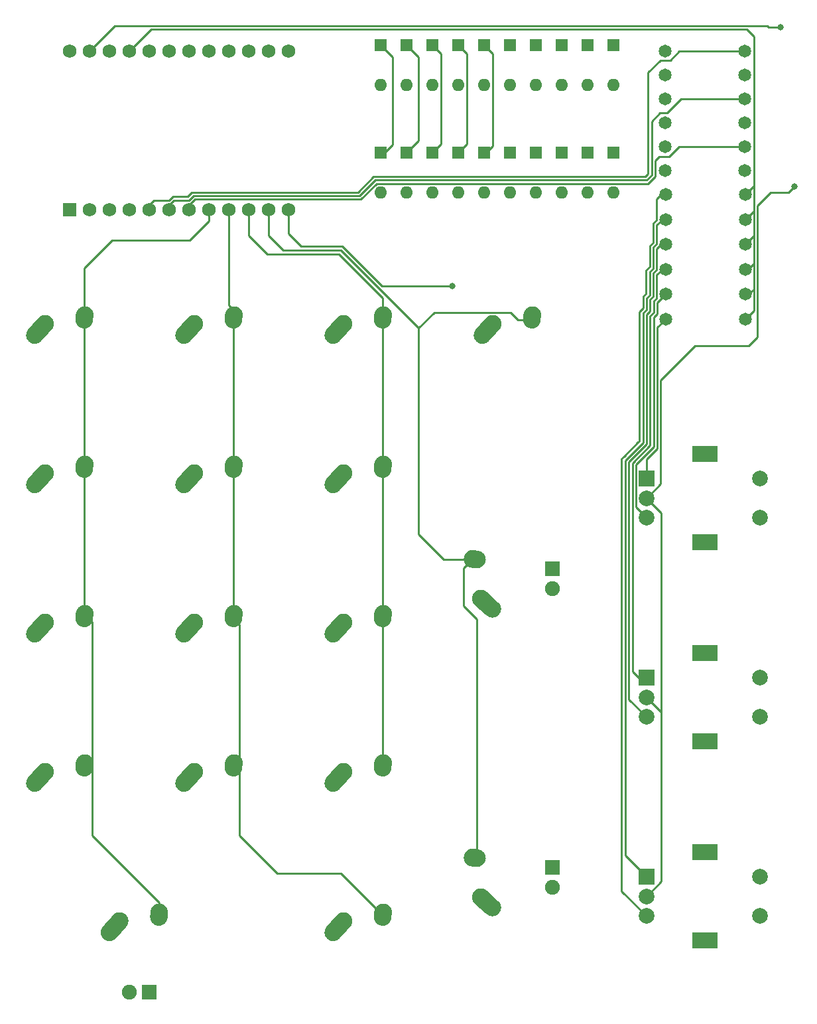
<source format=gbl>
%TF.GenerationSoftware,KiCad,Pcbnew,(5.1.10)-1*%
%TF.CreationDate,2021-10-28T11:13:53+08:00*%
%TF.ProjectId,EGPad,45475061-642e-46b6-9963-61645f706362,rev?*%
%TF.SameCoordinates,Original*%
%TF.FileFunction,Copper,L2,Bot*%
%TF.FilePolarity,Positive*%
%FSLAX46Y46*%
G04 Gerber Fmt 4.6, Leading zero omitted, Abs format (unit mm)*
G04 Created by KiCad (PCBNEW (5.1.10)-1) date 2021-10-28 11:13:53*
%MOMM*%
%LPD*%
G01*
G04 APERTURE LIST*
%TA.AperFunction,ComponentPad*%
%ADD10C,2.250000*%
%TD*%
%TA.AperFunction,ComponentPad*%
%ADD11C,1.905000*%
%TD*%
%TA.AperFunction,ComponentPad*%
%ADD12R,1.905000X1.905000*%
%TD*%
%TA.AperFunction,ComponentPad*%
%ADD13R,1.600000X1.600000*%
%TD*%
%TA.AperFunction,ComponentPad*%
%ADD14O,1.600000X1.600000*%
%TD*%
%TA.AperFunction,ComponentPad*%
%ADD15C,1.752600*%
%TD*%
%TA.AperFunction,ComponentPad*%
%ADD16R,1.752600X1.752600*%
%TD*%
%TA.AperFunction,ComponentPad*%
%ADD17C,2.000000*%
%TD*%
%TA.AperFunction,WasherPad*%
%ADD18R,3.200000X2.000000*%
%TD*%
%TA.AperFunction,ComponentPad*%
%ADD19R,2.000000X2.000000*%
%TD*%
%TA.AperFunction,ComponentPad*%
%ADD20C,1.651000*%
%TD*%
%TA.AperFunction,ViaPad*%
%ADD21C,0.800000*%
%TD*%
%TA.AperFunction,Conductor*%
%ADD22C,0.254000*%
%TD*%
G04 APERTURE END LIST*
D10*
%TO.P,MX15,2*%
%TO.N,Net-(D15-Pad2)*%
X157043750Y-69818750D03*
%TA.AperFunction,ComponentPad*%
G36*
G01*
X154980978Y-72114788D02*
X154980978Y-72114788D01*
G75*
G02*
X154897712Y-70525978I752772J836038D01*
G01*
X156210250Y-69068258D01*
G75*
G02*
X157799060Y-68984992I836038J-752772D01*
G01*
X157799060Y-68984992D01*
G75*
G02*
X157882326Y-70573802I-752772J-836038D01*
G01*
X156569788Y-72031522D01*
G75*
G02*
X154980978Y-72114788I-836038J752772D01*
G01*
G37*
%TD.AperFunction*%
%TO.P,MX15,1*%
%TO.N,COL4*%
X162083750Y-68738750D03*
%TA.AperFunction,ComponentPad*%
G36*
G01*
X161965274Y-70441010D02*
X161965274Y-70441010D01*
G75*
G02*
X160921490Y-69240274I78476J1122260D01*
G01*
X160962044Y-68660312D01*
G75*
G02*
X162162780Y-67616528I1122260J-78476D01*
G01*
X162162780Y-67616528D01*
G75*
G02*
X163206564Y-68817264I-78476J-1122260D01*
G01*
X163166010Y-69397226D01*
G75*
G02*
X161965274Y-70441010I-1122260J78476D01*
G01*
G37*
%TD.AperFunction*%
%TD*%
%TO.P,MX5,1*%
%TO.N,COL1*%
%TA.AperFunction,ComponentPad*%
G36*
G01*
X114340274Y-146641010D02*
X114340274Y-146641010D01*
G75*
G02*
X113296490Y-145440274I78476J1122260D01*
G01*
X113337044Y-144860312D01*
G75*
G02*
X114537780Y-143816528I1122260J-78476D01*
G01*
X114537780Y-143816528D01*
G75*
G02*
X115581564Y-145017264I-78476J-1122260D01*
G01*
X115541010Y-145597226D01*
G75*
G02*
X114340274Y-146641010I-1122260J78476D01*
G01*
G37*
%TD.AperFunction*%
X114458750Y-144938750D03*
%TO.P,MX5,2*%
%TO.N,Net-(D5-Pad2)*%
%TA.AperFunction,ComponentPad*%
G36*
G01*
X107355978Y-148314788D02*
X107355978Y-148314788D01*
G75*
G02*
X107272712Y-146725978I752772J836038D01*
G01*
X108585250Y-145268258D01*
G75*
G02*
X110174060Y-145184992I836038J-752772D01*
G01*
X110174060Y-145184992D01*
G75*
G02*
X110257326Y-146773802I-752772J-836038D01*
G01*
X108944788Y-148231522D01*
G75*
G02*
X107355978Y-148314788I-836038J752772D01*
G01*
G37*
%TD.AperFunction*%
X109418750Y-146018750D03*
D11*
%TO.P,MX5,3*%
%TO.N,N/C*%
X110648750Y-155098750D03*
D12*
%TO.P,MX5,4*%
X113188750Y-155098750D03*
%TD*%
%TO.P,MX17,1*%
%TO.N,COL4*%
%TA.AperFunction,ComponentPad*%
G36*
G01*
X156166010Y-138072226D02*
X156166010Y-138072226D01*
G75*
G02*
X154965274Y-139116010I-1122260J78476D01*
G01*
X154385312Y-139075456D01*
G75*
G02*
X153341528Y-137874720I78476J1122260D01*
G01*
X153341528Y-137874720D01*
G75*
G02*
X154542264Y-136830936I1122260J-78476D01*
G01*
X155122226Y-136871490D01*
G75*
G02*
X156166010Y-138072226I-78476J-1122260D01*
G01*
G37*
%TD.AperFunction*%
D10*
X154463750Y-137953750D03*
%TO.P,MX17,2*%
%TO.N,Net-(D17-Pad2)*%
%TA.AperFunction,ComponentPad*%
G36*
G01*
X157839788Y-145056522D02*
X157839788Y-145056522D01*
G75*
G02*
X156250978Y-145139788I-836038J752772D01*
G01*
X154793258Y-143827250D01*
G75*
G02*
X154709992Y-142238440I752772J836038D01*
G01*
X154709992Y-142238440D01*
G75*
G02*
X156298802Y-142155174I836038J-752772D01*
G01*
X157756522Y-143467712D01*
G75*
G02*
X157839788Y-145056522I-752772J-836038D01*
G01*
G37*
%TD.AperFunction*%
X155543750Y-142993750D03*
D11*
%TO.P,MX17,3*%
%TO.N,N/C*%
X164623750Y-141763750D03*
D12*
%TO.P,MX17,4*%
X164623750Y-139223750D03*
%TD*%
%TO.P,MX16,1*%
%TO.N,COL4*%
%TA.AperFunction,ComponentPad*%
G36*
G01*
X156166010Y-99972226D02*
X156166010Y-99972226D01*
G75*
G02*
X154965274Y-101016010I-1122260J78476D01*
G01*
X154385312Y-100975456D01*
G75*
G02*
X153341528Y-99774720I78476J1122260D01*
G01*
X153341528Y-99774720D01*
G75*
G02*
X154542264Y-98730936I1122260J-78476D01*
G01*
X155122226Y-98771490D01*
G75*
G02*
X156166010Y-99972226I-78476J-1122260D01*
G01*
G37*
%TD.AperFunction*%
D10*
X154463750Y-99853750D03*
%TO.P,MX16,2*%
%TO.N,Net-(D16-Pad2)*%
%TA.AperFunction,ComponentPad*%
G36*
G01*
X157839788Y-106956522D02*
X157839788Y-106956522D01*
G75*
G02*
X156250978Y-107039788I-836038J752772D01*
G01*
X154793258Y-105727250D01*
G75*
G02*
X154709992Y-104138440I752772J836038D01*
G01*
X154709992Y-104138440D01*
G75*
G02*
X156298802Y-104055174I836038J-752772D01*
G01*
X157756522Y-105367712D01*
G75*
G02*
X157839788Y-106956522I-752772J-836038D01*
G01*
G37*
%TD.AperFunction*%
X155543750Y-104893750D03*
D11*
%TO.P,MX16,3*%
%TO.N,N/C*%
X164623750Y-103663750D03*
D12*
%TO.P,MX16,4*%
X164623750Y-101123750D03*
%TD*%
D10*
%TO.P,MX11,2*%
%TO.N,Net-(D11-Pad2)*%
X137993750Y-69818750D03*
%TA.AperFunction,ComponentPad*%
G36*
G01*
X135930978Y-72114788D02*
X135930978Y-72114788D01*
G75*
G02*
X135847712Y-70525978I752772J836038D01*
G01*
X137160250Y-69068258D01*
G75*
G02*
X138749060Y-68984992I836038J-752772D01*
G01*
X138749060Y-68984992D01*
G75*
G02*
X138832326Y-70573802I-752772J-836038D01*
G01*
X137519788Y-72031522D01*
G75*
G02*
X135930978Y-72114788I-836038J752772D01*
G01*
G37*
%TD.AperFunction*%
%TO.P,MX11,1*%
%TO.N,COL3*%
X143033750Y-68738750D03*
%TA.AperFunction,ComponentPad*%
G36*
G01*
X142915274Y-70441010D02*
X142915274Y-70441010D01*
G75*
G02*
X141871490Y-69240274I78476J1122260D01*
G01*
X141912044Y-68660312D01*
G75*
G02*
X143112780Y-67616528I1122260J-78476D01*
G01*
X143112780Y-67616528D01*
G75*
G02*
X144156564Y-68817264I-78476J-1122260D01*
G01*
X144116010Y-69397226D01*
G75*
G02*
X142915274Y-70441010I-1122260J78476D01*
G01*
G37*
%TD.AperFunction*%
%TD*%
%TO.P,MX8,2*%
%TO.N,Net-(D8-Pad2)*%
X118943750Y-107918750D03*
%TA.AperFunction,ComponentPad*%
G36*
G01*
X116880978Y-110214788D02*
X116880978Y-110214788D01*
G75*
G02*
X116797712Y-108625978I752772J836038D01*
G01*
X118110250Y-107168258D01*
G75*
G02*
X119699060Y-107084992I836038J-752772D01*
G01*
X119699060Y-107084992D01*
G75*
G02*
X119782326Y-108673802I-752772J-836038D01*
G01*
X118469788Y-110131522D01*
G75*
G02*
X116880978Y-110214788I-836038J752772D01*
G01*
G37*
%TD.AperFunction*%
%TO.P,MX8,1*%
%TO.N,COL2*%
X123983750Y-106838750D03*
%TA.AperFunction,ComponentPad*%
G36*
G01*
X123865274Y-108541010D02*
X123865274Y-108541010D01*
G75*
G02*
X122821490Y-107340274I78476J1122260D01*
G01*
X122862044Y-106760312D01*
G75*
G02*
X124062780Y-105716528I1122260J-78476D01*
G01*
X124062780Y-105716528D01*
G75*
G02*
X125106564Y-106917264I-78476J-1122260D01*
G01*
X125066010Y-107497226D01*
G75*
G02*
X123865274Y-108541010I-1122260J78476D01*
G01*
G37*
%TD.AperFunction*%
%TD*%
%TO.P,MX4,2*%
%TO.N,Net-(D4-Pad2)*%
X99893750Y-126968750D03*
%TA.AperFunction,ComponentPad*%
G36*
G01*
X97830978Y-129264788D02*
X97830978Y-129264788D01*
G75*
G02*
X97747712Y-127675978I752772J836038D01*
G01*
X99060250Y-126218258D01*
G75*
G02*
X100649060Y-126134992I836038J-752772D01*
G01*
X100649060Y-126134992D01*
G75*
G02*
X100732326Y-127723802I-752772J-836038D01*
G01*
X99419788Y-129181522D01*
G75*
G02*
X97830978Y-129264788I-836038J752772D01*
G01*
G37*
%TD.AperFunction*%
%TO.P,MX4,1*%
%TO.N,COL1*%
X104933750Y-125888750D03*
%TA.AperFunction,ComponentPad*%
G36*
G01*
X104815274Y-127591010D02*
X104815274Y-127591010D01*
G75*
G02*
X103771490Y-126390274I78476J1122260D01*
G01*
X103812044Y-125810312D01*
G75*
G02*
X105012780Y-124766528I1122260J-78476D01*
G01*
X105012780Y-124766528D01*
G75*
G02*
X106056564Y-125967264I-78476J-1122260D01*
G01*
X106016010Y-126547226D01*
G75*
G02*
X104815274Y-127591010I-1122260J78476D01*
G01*
G37*
%TD.AperFunction*%
%TD*%
%TO.P,MX14,2*%
%TO.N,Net-(D14-Pad2)*%
X137993750Y-126968750D03*
%TA.AperFunction,ComponentPad*%
G36*
G01*
X135930978Y-129264788D02*
X135930978Y-129264788D01*
G75*
G02*
X135847712Y-127675978I752772J836038D01*
G01*
X137160250Y-126218258D01*
G75*
G02*
X138749060Y-126134992I836038J-752772D01*
G01*
X138749060Y-126134992D01*
G75*
G02*
X138832326Y-127723802I-752772J-836038D01*
G01*
X137519788Y-129181522D01*
G75*
G02*
X135930978Y-129264788I-836038J752772D01*
G01*
G37*
%TD.AperFunction*%
%TO.P,MX14,1*%
%TO.N,COL3*%
X143033750Y-125888750D03*
%TA.AperFunction,ComponentPad*%
G36*
G01*
X142915274Y-127591010D02*
X142915274Y-127591010D01*
G75*
G02*
X141871490Y-126390274I78476J1122260D01*
G01*
X141912044Y-125810312D01*
G75*
G02*
X143112780Y-124766528I1122260J-78476D01*
G01*
X143112780Y-124766528D01*
G75*
G02*
X144156564Y-125967264I-78476J-1122260D01*
G01*
X144116010Y-126547226D01*
G75*
G02*
X142915274Y-127591010I-1122260J78476D01*
G01*
G37*
%TD.AperFunction*%
%TD*%
%TO.P,MX13,2*%
%TO.N,Net-(D13-Pad2)*%
X137993750Y-107918750D03*
%TA.AperFunction,ComponentPad*%
G36*
G01*
X135930978Y-110214788D02*
X135930978Y-110214788D01*
G75*
G02*
X135847712Y-108625978I752772J836038D01*
G01*
X137160250Y-107168258D01*
G75*
G02*
X138749060Y-107084992I836038J-752772D01*
G01*
X138749060Y-107084992D01*
G75*
G02*
X138832326Y-108673802I-752772J-836038D01*
G01*
X137519788Y-110131522D01*
G75*
G02*
X135930978Y-110214788I-836038J752772D01*
G01*
G37*
%TD.AperFunction*%
%TO.P,MX13,1*%
%TO.N,COL3*%
X143033750Y-106838750D03*
%TA.AperFunction,ComponentPad*%
G36*
G01*
X142915274Y-108541010D02*
X142915274Y-108541010D01*
G75*
G02*
X141871490Y-107340274I78476J1122260D01*
G01*
X141912044Y-106760312D01*
G75*
G02*
X143112780Y-105716528I1122260J-78476D01*
G01*
X143112780Y-105716528D01*
G75*
G02*
X144156564Y-106917264I-78476J-1122260D01*
G01*
X144116010Y-107497226D01*
G75*
G02*
X142915274Y-108541010I-1122260J78476D01*
G01*
G37*
%TD.AperFunction*%
%TD*%
%TO.P,MX12,2*%
%TO.N,Net-(D12-Pad2)*%
X137993750Y-88868750D03*
%TA.AperFunction,ComponentPad*%
G36*
G01*
X135930978Y-91164788D02*
X135930978Y-91164788D01*
G75*
G02*
X135847712Y-89575978I752772J836038D01*
G01*
X137160250Y-88118258D01*
G75*
G02*
X138749060Y-88034992I836038J-752772D01*
G01*
X138749060Y-88034992D01*
G75*
G02*
X138832326Y-89623802I-752772J-836038D01*
G01*
X137519788Y-91081522D01*
G75*
G02*
X135930978Y-91164788I-836038J752772D01*
G01*
G37*
%TD.AperFunction*%
%TO.P,MX12,1*%
%TO.N,COL3*%
X143033750Y-87788750D03*
%TA.AperFunction,ComponentPad*%
G36*
G01*
X142915274Y-89491010D02*
X142915274Y-89491010D01*
G75*
G02*
X141871490Y-88290274I78476J1122260D01*
G01*
X141912044Y-87710312D01*
G75*
G02*
X143112780Y-86666528I1122260J-78476D01*
G01*
X143112780Y-86666528D01*
G75*
G02*
X144156564Y-87867264I-78476J-1122260D01*
G01*
X144116010Y-88447226D01*
G75*
G02*
X142915274Y-89491010I-1122260J78476D01*
G01*
G37*
%TD.AperFunction*%
%TD*%
%TO.P,MX10,2*%
%TO.N,Net-(D10-Pad2)*%
X137993750Y-146018750D03*
%TA.AperFunction,ComponentPad*%
G36*
G01*
X135930978Y-148314788D02*
X135930978Y-148314788D01*
G75*
G02*
X135847712Y-146725978I752772J836038D01*
G01*
X137160250Y-145268258D01*
G75*
G02*
X138749060Y-145184992I836038J-752772D01*
G01*
X138749060Y-145184992D01*
G75*
G02*
X138832326Y-146773802I-752772J-836038D01*
G01*
X137519788Y-148231522D01*
G75*
G02*
X135930978Y-148314788I-836038J752772D01*
G01*
G37*
%TD.AperFunction*%
%TO.P,MX10,1*%
%TO.N,COL2*%
X143033750Y-144938750D03*
%TA.AperFunction,ComponentPad*%
G36*
G01*
X142915274Y-146641010D02*
X142915274Y-146641010D01*
G75*
G02*
X141871490Y-145440274I78476J1122260D01*
G01*
X141912044Y-144860312D01*
G75*
G02*
X143112780Y-143816528I1122260J-78476D01*
G01*
X143112780Y-143816528D01*
G75*
G02*
X144156564Y-145017264I-78476J-1122260D01*
G01*
X144116010Y-145597226D01*
G75*
G02*
X142915274Y-146641010I-1122260J78476D01*
G01*
G37*
%TD.AperFunction*%
%TD*%
%TO.P,MX9,2*%
%TO.N,Net-(D9-Pad2)*%
X118943750Y-126968750D03*
%TA.AperFunction,ComponentPad*%
G36*
G01*
X116880978Y-129264788D02*
X116880978Y-129264788D01*
G75*
G02*
X116797712Y-127675978I752772J836038D01*
G01*
X118110250Y-126218258D01*
G75*
G02*
X119699060Y-126134992I836038J-752772D01*
G01*
X119699060Y-126134992D01*
G75*
G02*
X119782326Y-127723802I-752772J-836038D01*
G01*
X118469788Y-129181522D01*
G75*
G02*
X116880978Y-129264788I-836038J752772D01*
G01*
G37*
%TD.AperFunction*%
%TO.P,MX9,1*%
%TO.N,COL2*%
X123983750Y-125888750D03*
%TA.AperFunction,ComponentPad*%
G36*
G01*
X123865274Y-127591010D02*
X123865274Y-127591010D01*
G75*
G02*
X122821490Y-126390274I78476J1122260D01*
G01*
X122862044Y-125810312D01*
G75*
G02*
X124062780Y-124766528I1122260J-78476D01*
G01*
X124062780Y-124766528D01*
G75*
G02*
X125106564Y-125967264I-78476J-1122260D01*
G01*
X125066010Y-126547226D01*
G75*
G02*
X123865274Y-127591010I-1122260J78476D01*
G01*
G37*
%TD.AperFunction*%
%TD*%
%TO.P,MX7,2*%
%TO.N,Net-(D7-Pad2)*%
X118943750Y-88868750D03*
%TA.AperFunction,ComponentPad*%
G36*
G01*
X116880978Y-91164788D02*
X116880978Y-91164788D01*
G75*
G02*
X116797712Y-89575978I752772J836038D01*
G01*
X118110250Y-88118258D01*
G75*
G02*
X119699060Y-88034992I836038J-752772D01*
G01*
X119699060Y-88034992D01*
G75*
G02*
X119782326Y-89623802I-752772J-836038D01*
G01*
X118469788Y-91081522D01*
G75*
G02*
X116880978Y-91164788I-836038J752772D01*
G01*
G37*
%TD.AperFunction*%
%TO.P,MX7,1*%
%TO.N,COL2*%
X123983750Y-87788750D03*
%TA.AperFunction,ComponentPad*%
G36*
G01*
X123865274Y-89491010D02*
X123865274Y-89491010D01*
G75*
G02*
X122821490Y-88290274I78476J1122260D01*
G01*
X122862044Y-87710312D01*
G75*
G02*
X124062780Y-86666528I1122260J-78476D01*
G01*
X124062780Y-86666528D01*
G75*
G02*
X125106564Y-87867264I-78476J-1122260D01*
G01*
X125066010Y-88447226D01*
G75*
G02*
X123865274Y-89491010I-1122260J78476D01*
G01*
G37*
%TD.AperFunction*%
%TD*%
%TO.P,MX6,2*%
%TO.N,Net-(D6-Pad2)*%
X118943750Y-69818750D03*
%TA.AperFunction,ComponentPad*%
G36*
G01*
X116880978Y-72114788D02*
X116880978Y-72114788D01*
G75*
G02*
X116797712Y-70525978I752772J836038D01*
G01*
X118110250Y-69068258D01*
G75*
G02*
X119699060Y-68984992I836038J-752772D01*
G01*
X119699060Y-68984992D01*
G75*
G02*
X119782326Y-70573802I-752772J-836038D01*
G01*
X118469788Y-72031522D01*
G75*
G02*
X116880978Y-72114788I-836038J752772D01*
G01*
G37*
%TD.AperFunction*%
%TO.P,MX6,1*%
%TO.N,COL2*%
X123983750Y-68738750D03*
%TA.AperFunction,ComponentPad*%
G36*
G01*
X123865274Y-70441010D02*
X123865274Y-70441010D01*
G75*
G02*
X122821490Y-69240274I78476J1122260D01*
G01*
X122862044Y-68660312D01*
G75*
G02*
X124062780Y-67616528I1122260J-78476D01*
G01*
X124062780Y-67616528D01*
G75*
G02*
X125106564Y-68817264I-78476J-1122260D01*
G01*
X125066010Y-69397226D01*
G75*
G02*
X123865274Y-70441010I-1122260J78476D01*
G01*
G37*
%TD.AperFunction*%
%TD*%
%TO.P,MX3,2*%
%TO.N,Net-(D3-Pad2)*%
X99893750Y-107918750D03*
%TA.AperFunction,ComponentPad*%
G36*
G01*
X97830978Y-110214788D02*
X97830978Y-110214788D01*
G75*
G02*
X97747712Y-108625978I752772J836038D01*
G01*
X99060250Y-107168258D01*
G75*
G02*
X100649060Y-107084992I836038J-752772D01*
G01*
X100649060Y-107084992D01*
G75*
G02*
X100732326Y-108673802I-752772J-836038D01*
G01*
X99419788Y-110131522D01*
G75*
G02*
X97830978Y-110214788I-836038J752772D01*
G01*
G37*
%TD.AperFunction*%
%TO.P,MX3,1*%
%TO.N,COL1*%
X104933750Y-106838750D03*
%TA.AperFunction,ComponentPad*%
G36*
G01*
X104815274Y-108541010D02*
X104815274Y-108541010D01*
G75*
G02*
X103771490Y-107340274I78476J1122260D01*
G01*
X103812044Y-106760312D01*
G75*
G02*
X105012780Y-105716528I1122260J-78476D01*
G01*
X105012780Y-105716528D01*
G75*
G02*
X106056564Y-106917264I-78476J-1122260D01*
G01*
X106016010Y-107497226D01*
G75*
G02*
X104815274Y-108541010I-1122260J78476D01*
G01*
G37*
%TD.AperFunction*%
%TD*%
%TO.P,MX2,2*%
%TO.N,Net-(D2-Pad2)*%
X99893750Y-88868750D03*
%TA.AperFunction,ComponentPad*%
G36*
G01*
X97830978Y-91164788D02*
X97830978Y-91164788D01*
G75*
G02*
X97747712Y-89575978I752772J836038D01*
G01*
X99060250Y-88118258D01*
G75*
G02*
X100649060Y-88034992I836038J-752772D01*
G01*
X100649060Y-88034992D01*
G75*
G02*
X100732326Y-89623802I-752772J-836038D01*
G01*
X99419788Y-91081522D01*
G75*
G02*
X97830978Y-91164788I-836038J752772D01*
G01*
G37*
%TD.AperFunction*%
%TO.P,MX2,1*%
%TO.N,COL1*%
X104933750Y-87788750D03*
%TA.AperFunction,ComponentPad*%
G36*
G01*
X104815274Y-89491010D02*
X104815274Y-89491010D01*
G75*
G02*
X103771490Y-88290274I78476J1122260D01*
G01*
X103812044Y-87710312D01*
G75*
G02*
X105012780Y-86666528I1122260J-78476D01*
G01*
X105012780Y-86666528D01*
G75*
G02*
X106056564Y-87867264I-78476J-1122260D01*
G01*
X106016010Y-88447226D01*
G75*
G02*
X104815274Y-89491010I-1122260J78476D01*
G01*
G37*
%TD.AperFunction*%
%TD*%
%TO.P,MX1,2*%
%TO.N,Net-(D1-Pad2)*%
X99893750Y-69818750D03*
%TA.AperFunction,ComponentPad*%
G36*
G01*
X97830978Y-72114788D02*
X97830978Y-72114788D01*
G75*
G02*
X97747712Y-70525978I752772J836038D01*
G01*
X99060250Y-69068258D01*
G75*
G02*
X100649060Y-68984992I836038J-752772D01*
G01*
X100649060Y-68984992D01*
G75*
G02*
X100732326Y-70573802I-752772J-836038D01*
G01*
X99419788Y-72031522D01*
G75*
G02*
X97830978Y-72114788I-836038J752772D01*
G01*
G37*
%TD.AperFunction*%
%TO.P,MX1,1*%
%TO.N,COL1*%
X104933750Y-68738750D03*
%TA.AperFunction,ComponentPad*%
G36*
G01*
X104815274Y-70441010D02*
X104815274Y-70441010D01*
G75*
G02*
X103771490Y-69240274I78476J1122260D01*
G01*
X103812044Y-68660312D01*
G75*
G02*
X105012780Y-67616528I1122260J-78476D01*
G01*
X105012780Y-67616528D01*
G75*
G02*
X106056564Y-68817264I-78476J-1122260D01*
G01*
X106016010Y-69397226D01*
G75*
G02*
X104815274Y-70441010I-1122260J78476D01*
G01*
G37*
%TD.AperFunction*%
%TD*%
D13*
%TO.P,D20,1*%
%TO.N,ROW3*%
X172466000Y-34290000D03*
D14*
%TO.P,D20,2*%
%TO.N,Net-(D20-Pad2)*%
X172466000Y-39370000D03*
%TD*%
D13*
%TO.P,D19,1*%
%TO.N,ROW2*%
X172466000Y-48006000D03*
D14*
%TO.P,D19,2*%
%TO.N,Net-(D19-Pad2)*%
X172466000Y-53086000D03*
%TD*%
D13*
%TO.P,D18,1*%
%TO.N,ROW1*%
X169164000Y-48006000D03*
D14*
%TO.P,D18,2*%
%TO.N,Net-(D18-Pad2)*%
X169164000Y-53086000D03*
%TD*%
D13*
%TO.P,D17,1*%
%TO.N,ROW3*%
X159258000Y-48006000D03*
D14*
%TO.P,D17,2*%
%TO.N,Net-(D17-Pad2)*%
X159258000Y-53086000D03*
%TD*%
D13*
%TO.P,D16,1*%
%TO.N,ROW2*%
X162560000Y-48006000D03*
D14*
%TO.P,D16,2*%
%TO.N,Net-(D16-Pad2)*%
X162560000Y-53086000D03*
%TD*%
D13*
%TO.P,D15,1*%
%TO.N,ROW1*%
X165862000Y-48006000D03*
D14*
%TO.P,D15,2*%
%TO.N,Net-(D15-Pad2)*%
X165862000Y-53086000D03*
%TD*%
%TO.P,D14,2*%
%TO.N,Net-(D14-Pad2)*%
X152654000Y-53086000D03*
D13*
%TO.P,D14,1*%
%TO.N,ROW4*%
X152654000Y-48006000D03*
%TD*%
%TO.P,D13,1*%
%TO.N,ROW3*%
X149352000Y-48006000D03*
D14*
%TO.P,D13,2*%
%TO.N,Net-(D13-Pad2)*%
X149352000Y-53086000D03*
%TD*%
D13*
%TO.P,D12,1*%
%TO.N,ROW2*%
X146050000Y-48006000D03*
D14*
%TO.P,D12,2*%
%TO.N,Net-(D12-Pad2)*%
X146050000Y-53086000D03*
%TD*%
D13*
%TO.P,D11,1*%
%TO.N,ROW1*%
X142748000Y-48006000D03*
D14*
%TO.P,D11,2*%
%TO.N,Net-(D11-Pad2)*%
X142748000Y-53086000D03*
%TD*%
D13*
%TO.P,D10,1*%
%TO.N,ROW5*%
X155956000Y-48006000D03*
D14*
%TO.P,D10,2*%
%TO.N,Net-(D10-Pad2)*%
X155956000Y-53086000D03*
%TD*%
D13*
%TO.P,D9,1*%
%TO.N,ROW4*%
X159258000Y-34290000D03*
D14*
%TO.P,D9,2*%
%TO.N,Net-(D9-Pad2)*%
X159258000Y-39370000D03*
%TD*%
D13*
%TO.P,D8,1*%
%TO.N,ROW3*%
X162560000Y-34290000D03*
D14*
%TO.P,D8,2*%
%TO.N,Net-(D8-Pad2)*%
X162560000Y-39370000D03*
%TD*%
D13*
%TO.P,D7,1*%
%TO.N,ROW2*%
X165862000Y-34290000D03*
D14*
%TO.P,D7,2*%
%TO.N,Net-(D7-Pad2)*%
X165862000Y-39370000D03*
%TD*%
D13*
%TO.P,D6,1*%
%TO.N,ROW1*%
X169164000Y-34290000D03*
D14*
%TO.P,D6,2*%
%TO.N,Net-(D6-Pad2)*%
X169164000Y-39370000D03*
%TD*%
D13*
%TO.P,D5,1*%
%TO.N,ROW5*%
X155956000Y-34290000D03*
D14*
%TO.P,D5,2*%
%TO.N,Net-(D5-Pad2)*%
X155956000Y-39370000D03*
%TD*%
D13*
%TO.P,D4,1*%
%TO.N,ROW4*%
X152654000Y-34290000D03*
D14*
%TO.P,D4,2*%
%TO.N,Net-(D4-Pad2)*%
X152654000Y-39370000D03*
%TD*%
D13*
%TO.P,D3,1*%
%TO.N,ROW3*%
X149352000Y-34290000D03*
D14*
%TO.P,D3,2*%
%TO.N,Net-(D3-Pad2)*%
X149352000Y-39370000D03*
%TD*%
D13*
%TO.P,D2,1*%
%TO.N,ROW2*%
X146050000Y-34290000D03*
D14*
%TO.P,D2,2*%
%TO.N,Net-(D2-Pad2)*%
X146050000Y-39370000D03*
%TD*%
D13*
%TO.P,D1,1*%
%TO.N,ROW1*%
X142748000Y-34290000D03*
D14*
%TO.P,D1,2*%
%TO.N,Net-(D1-Pad2)*%
X142748000Y-39370000D03*
%TD*%
D15*
%TO.P,U1,24*%
%TO.N,Net-(U1-Pad24)*%
X103033610Y-35040202D03*
%TO.P,U1,12*%
%TO.N,COL5*%
X130973610Y-55280202D03*
%TO.P,U1,23*%
%TO.N,GND*%
X105573610Y-35040202D03*
%TO.P,U1,22*%
%TO.N,Net-(U1-Pad22)*%
X108113610Y-35040202D03*
%TO.P,U1,21*%
%TO.N,VCC*%
X110653610Y-35040202D03*
%TO.P,U1,20*%
%TO.N,B1*%
X113193610Y-35040202D03*
%TO.P,U1,19*%
%TO.N,B2*%
X115733610Y-35040202D03*
%TO.P,U1,18*%
%TO.N,B3*%
X118273610Y-35040202D03*
%TO.P,U1,17*%
%TO.N,ROW5*%
X120813610Y-35040202D03*
%TO.P,U1,16*%
%TO.N,ROW4*%
X123353610Y-35040202D03*
%TO.P,U1,15*%
%TO.N,ROW3*%
X125893610Y-35040202D03*
%TO.P,U1,14*%
%TO.N,ROW2*%
X128433610Y-35040202D03*
%TO.P,U1,13*%
%TO.N,ROW1*%
X130973610Y-35040202D03*
%TO.P,U1,11*%
%TO.N,COL4*%
X128433610Y-55280202D03*
%TO.P,U1,10*%
%TO.N,COL3*%
X125893610Y-55280202D03*
%TO.P,U1,9*%
%TO.N,COL2*%
X123353610Y-55280202D03*
%TO.P,U1,8*%
%TO.N,COL1*%
X120813610Y-55280202D03*
%TO.P,U1,7*%
%TO.N,A3*%
X118273610Y-55280202D03*
%TO.P,U1,6*%
%TO.N,A2*%
X115733610Y-55280202D03*
%TO.P,U1,5*%
%TO.N,A1*%
X113193610Y-55280202D03*
%TO.P,U1,4*%
%TO.N,Net-(U1-Pad4)*%
X110653610Y-55280202D03*
%TO.P,U1,3*%
%TO.N,Net-(U1-Pad3)*%
X108113610Y-55280202D03*
%TO.P,U1,2*%
%TO.N,Net-(U1-Pad2)*%
X105573610Y-55280202D03*
D16*
%TO.P,U1,1*%
%TO.N,Net-(U1-Pad1)*%
X103033610Y-55280202D03*
%TD*%
D17*
%TO.P,SW3,S1*%
%TO.N,COL5*%
X191150000Y-145375000D03*
%TO.P,SW3,S2*%
%TO.N,Net-(D20-Pad2)*%
X191150000Y-140375000D03*
D18*
%TO.P,SW3,*%
%TO.N,*%
X184150000Y-148475000D03*
X184150000Y-137275000D03*
D17*
%TO.P,SW3,B*%
%TO.N,Net-(R12-Pad2)*%
X176650000Y-145375000D03*
%TO.P,SW3,C*%
%TO.N,GND*%
X176650000Y-142875000D03*
D19*
%TO.P,SW3,A*%
%TO.N,Net-(R11-Pad2)*%
X176650000Y-140375000D03*
%TD*%
D17*
%TO.P,SW2,S1*%
%TO.N,COL5*%
X191150000Y-119975000D03*
%TO.P,SW2,S2*%
%TO.N,Net-(D19-Pad2)*%
X191150000Y-114975000D03*
D18*
%TO.P,SW2,*%
%TO.N,*%
X184150000Y-123075000D03*
X184150000Y-111875000D03*
D17*
%TO.P,SW2,B*%
%TO.N,Net-(R10-Pad2)*%
X176650000Y-119975000D03*
%TO.P,SW2,C*%
%TO.N,GND*%
X176650000Y-117475000D03*
D19*
%TO.P,SW2,A*%
%TO.N,Net-(R3-Pad2)*%
X176650000Y-114975000D03*
%TD*%
D17*
%TO.P,SW1,S1*%
%TO.N,COL5*%
X191150000Y-94575000D03*
%TO.P,SW1,S2*%
%TO.N,Net-(D18-Pad2)*%
X191150000Y-89575000D03*
D18*
%TO.P,SW1,*%
%TO.N,*%
X184150000Y-97675000D03*
X184150000Y-86475000D03*
D17*
%TO.P,SW1,B*%
%TO.N,Net-(R2-Pad2)*%
X176650000Y-94575000D03*
%TO.P,SW1,C*%
%TO.N,GND*%
X176650000Y-92075000D03*
D19*
%TO.P,SW1,A*%
%TO.N,Net-(R1-Pad2)*%
X176650000Y-89575000D03*
%TD*%
D20*
%TO.P,R12,1*%
%TO.N,VCC*%
X189293500Y-53340000D03*
%TO.P,R12,2*%
%TO.N,Net-(R12-Pad2)*%
X179133500Y-53340000D03*
%TD*%
%TO.P,R11,1*%
%TO.N,VCC*%
X189293500Y-56515000D03*
%TO.P,R11,2*%
%TO.N,Net-(R11-Pad2)*%
X179133500Y-56515000D03*
%TD*%
%TO.P,R10,1*%
%TO.N,VCC*%
X189293500Y-59690000D03*
%TO.P,R10,2*%
%TO.N,Net-(R10-Pad2)*%
X179133500Y-59690000D03*
%TD*%
%TO.P,R9,1*%
%TO.N,VCC*%
X189293500Y-62865000D03*
%TO.P,R9,2*%
%TO.N,Net-(R3-Pad2)*%
X179133500Y-62865000D03*
%TD*%
%TO.P,R8,1*%
%TO.N,VCC*%
X189293500Y-66040000D03*
%TO.P,R8,2*%
%TO.N,Net-(R2-Pad2)*%
X179133500Y-66040000D03*
%TD*%
%TO.P,R7,1*%
%TO.N,VCC*%
X189293500Y-69215000D03*
%TO.P,R7,2*%
%TO.N,Net-(R1-Pad2)*%
X179133500Y-69215000D03*
%TD*%
%TO.P,R6,1*%
%TO.N,B3*%
X189230000Y-50292000D03*
%TO.P,R6,2*%
%TO.N,Net-(R12-Pad2)*%
X179070000Y-50292000D03*
%TD*%
%TO.P,R5,1*%
%TO.N,A3*%
X189230000Y-47244000D03*
%TO.P,R5,2*%
%TO.N,Net-(R11-Pad2)*%
X179070000Y-47244000D03*
%TD*%
%TO.P,R4,1*%
%TO.N,B2*%
X189230000Y-44196000D03*
%TO.P,R4,2*%
%TO.N,Net-(R10-Pad2)*%
X179070000Y-44196000D03*
%TD*%
%TO.P,R3,1*%
%TO.N,A2*%
X189230000Y-41148000D03*
%TO.P,R3,2*%
%TO.N,Net-(R3-Pad2)*%
X179070000Y-41148000D03*
%TD*%
%TO.P,R2,1*%
%TO.N,B1*%
X189230000Y-38100000D03*
%TO.P,R2,2*%
%TO.N,Net-(R2-Pad2)*%
X179070000Y-38100000D03*
%TD*%
%TO.P,R1,1*%
%TO.N,A1*%
X189230000Y-35052000D03*
%TO.P,R1,2*%
%TO.N,Net-(R1-Pad2)*%
X179070000Y-35052000D03*
%TD*%
D21*
%TO.N,GND*%
X195580000Y-52324000D03*
X193802000Y-32004000D03*
%TO.N,COL5*%
X151892000Y-65024000D03*
%TD*%
D22*
%TO.N,ROW1*%
X142748000Y-48006000D02*
X143256000Y-48006000D01*
X143256000Y-48006000D02*
X144272000Y-46990000D01*
X144272000Y-35814000D02*
X142748000Y-34290000D01*
X144272000Y-46990000D02*
X144272000Y-35814000D01*
%TO.N,ROW2*%
X146050000Y-48006000D02*
X147574000Y-46482000D01*
X147574000Y-35814000D02*
X146050000Y-34290000D01*
X147574000Y-46482000D02*
X147574000Y-35814000D01*
%TO.N,ROW3*%
X150479001Y-35417001D02*
X149352000Y-34290000D01*
X150479001Y-46878999D02*
X150479001Y-35417001D01*
X149352000Y-48006000D02*
X150479001Y-46878999D01*
%TO.N,COL1*%
X114418750Y-145518750D02*
X114418750Y-143628750D01*
X114418750Y-143628750D02*
X105918000Y-135128000D01*
X105918000Y-126873000D02*
X104933750Y-125888750D01*
X105918000Y-107823000D02*
X104933750Y-106838750D01*
X105918000Y-127000000D02*
X105918000Y-107823000D01*
X105918000Y-135128000D02*
X105918000Y-127000000D01*
X105918000Y-127000000D02*
X105918000Y-126873000D01*
X104893750Y-87828750D02*
X104933750Y-87788750D01*
X104893750Y-107418750D02*
X104893750Y-87828750D01*
X104893750Y-68778750D02*
X104933750Y-68738750D01*
X104893750Y-88368750D02*
X104893750Y-68778750D01*
X104893750Y-69318750D02*
X104893750Y-62746250D01*
X104893750Y-62746250D02*
X108458000Y-59182000D01*
X108458000Y-59182000D02*
X118364000Y-59182000D01*
X120813610Y-56732390D02*
X120813610Y-55280202D01*
X118364000Y-59182000D02*
X120813610Y-56732390D01*
%TO.N,A1*%
X113193610Y-54700390D02*
X113193610Y-55280202D01*
X113817099Y-54076901D02*
X113193610Y-54700390D01*
X141830925Y-51050979D02*
X139831886Y-53050018D01*
X139831886Y-53050018D02*
X118639848Y-53050018D01*
X180848000Y-35052000D02*
X179695499Y-36204501D01*
X176891980Y-50677888D02*
X176518889Y-51050979D01*
X179695499Y-36204501D02*
X178425499Y-36204501D01*
X116197933Y-53594000D02*
X115715032Y-54076901D01*
X178425499Y-36204501D02*
X176891980Y-37738020D01*
X176891980Y-37738020D02*
X176891980Y-50677888D01*
X118095866Y-53594000D02*
X116197933Y-53594000D01*
X189230000Y-35052000D02*
X180848000Y-35052000D01*
X176518889Y-51050979D02*
X141830925Y-51050979D01*
X115715032Y-54076901D02*
X113817099Y-54076901D01*
X118639848Y-53050018D02*
X118095866Y-53594000D01*
%TO.N,GND*%
X192077990Y-31803990D02*
X108809822Y-31803990D01*
X189738000Y-72644000D02*
X190836511Y-71545489D01*
X182880000Y-72644000D02*
X189738000Y-72644000D01*
X178508010Y-77015990D02*
X182880000Y-72644000D01*
X178508010Y-90216990D02*
X178508010Y-77015990D01*
X108809822Y-31803990D02*
X105573610Y-35040202D01*
X190836511Y-71545489D02*
X190836511Y-55289489D01*
X176650000Y-92075000D02*
X178508010Y-90216990D01*
X190836511Y-55289489D02*
X190836511Y-54781489D01*
X190836511Y-54781489D02*
X192532000Y-53086000D01*
X192532000Y-53086000D02*
X194818000Y-53086000D01*
X194818000Y-53086000D02*
X195580000Y-52324000D01*
X195580000Y-52324000D02*
X195580000Y-52070000D01*
X192278000Y-32004000D02*
X192077990Y-31803990D01*
X193802000Y-32004000D02*
X192278000Y-32004000D01*
X176650000Y-142875000D02*
X178562000Y-140963000D01*
X178562000Y-119387000D02*
X176650000Y-117475000D01*
X178562000Y-140963000D02*
X178562000Y-119387000D01*
X178562000Y-93987000D02*
X176650000Y-92075000D01*
X178562000Y-119387000D02*
X178562000Y-93987000D01*
%TO.N,A2*%
X179324000Y-42926000D02*
X181102000Y-41148000D01*
X178415980Y-42926000D02*
X179324000Y-42926000D01*
X177345990Y-43995990D02*
X178415980Y-42926000D01*
X176706945Y-51504989D02*
X177345990Y-50865944D01*
X181102000Y-41148000D02*
X189230000Y-41148000D01*
X142018982Y-51504989D02*
X176706945Y-51504989D01*
X140019943Y-53504028D02*
X142018982Y-51504989D01*
X116357099Y-54076901D02*
X118255032Y-54076901D01*
X118255032Y-54076901D02*
X118827905Y-53504028D01*
X115733610Y-54700390D02*
X116357099Y-54076901D01*
X177345990Y-50865944D02*
X177345990Y-43995990D01*
X118827905Y-53504028D02*
X140019943Y-53504028D01*
X115733610Y-55280202D02*
X115733610Y-54700390D01*
%TO.N,A3*%
X119015962Y-53958038D02*
X118273610Y-54700390D01*
X142207039Y-51958999D02*
X140208000Y-53958038D01*
X176895001Y-51958999D02*
X142207039Y-51958999D01*
X177800000Y-51054000D02*
X176895001Y-51958999D01*
X177800000Y-49022000D02*
X177800000Y-51054000D01*
X118273610Y-54700390D02*
X118273610Y-55280202D01*
X140208000Y-53958038D02*
X119015962Y-53958038D01*
X178308000Y-48514000D02*
X177800000Y-49022000D01*
X180848000Y-47244000D02*
X179578000Y-48514000D01*
X179578000Y-48514000D02*
X178308000Y-48514000D01*
X189230000Y-47244000D02*
X180848000Y-47244000D01*
%TO.N,ROW4*%
X153781001Y-35417001D02*
X152654000Y-34290000D01*
X153781001Y-46878999D02*
X153781001Y-35417001D01*
X152654000Y-48006000D02*
X153781001Y-46878999D01*
%TO.N,ROW5*%
X155956000Y-48006000D02*
X156210000Y-48006000D01*
X157083001Y-35417001D02*
X155956000Y-34290000D01*
X157083001Y-47132999D02*
X157083001Y-35417001D01*
X156210000Y-48006000D02*
X157083001Y-47132999D01*
%TO.N,COL2*%
X142993750Y-145518750D02*
X142993750Y-145279750D01*
X142993750Y-145279750D02*
X137668000Y-139954000D01*
X137668000Y-139954000D02*
X129540000Y-139954000D01*
X129540000Y-139954000D02*
X124714000Y-135128000D01*
X124714000Y-126619000D02*
X123983750Y-125888750D01*
X124714000Y-108189000D02*
X123943750Y-107418750D01*
X124714000Y-127508000D02*
X124714000Y-108189000D01*
X124714000Y-135128000D02*
X124714000Y-127508000D01*
X124714000Y-127508000D02*
X124714000Y-126619000D01*
X123943750Y-107418750D02*
X123943750Y-88368750D01*
X123943750Y-88368750D02*
X123943750Y-69318750D01*
X123943750Y-69318750D02*
X123943750Y-68063750D01*
X123353610Y-67473610D02*
X123353610Y-55280202D01*
X123943750Y-68063750D02*
X123353610Y-67473610D01*
%TO.N,COL3*%
X142993750Y-69318750D02*
X142993750Y-66539750D01*
X142993750Y-66539750D02*
X137414000Y-60960000D01*
X137414000Y-60960000D02*
X128270000Y-60960000D01*
X125893610Y-58583610D02*
X125893610Y-55280202D01*
X128270000Y-60960000D02*
X125893610Y-58583610D01*
X142993750Y-126468750D02*
X142993750Y-107418750D01*
X142993750Y-107418750D02*
X142993750Y-88368750D01*
X142993750Y-68778750D02*
X143033750Y-68738750D01*
X142993750Y-88368750D02*
X142993750Y-68778750D01*
%TO.N,COL4*%
X155043750Y-137993750D02*
X155043750Y-107545750D01*
X153338751Y-100978749D02*
X154463750Y-99853750D01*
X153338751Y-105840751D02*
X153338751Y-100978749D01*
X155043750Y-107545750D02*
X153338751Y-105840751D01*
X162043750Y-69318750D02*
X162028750Y-69318750D01*
X128433610Y-58583610D02*
X128433610Y-55280202D01*
X130302000Y-60452000D02*
X128433610Y-58583610D01*
X137668000Y-60452000D02*
X130302000Y-60452000D01*
X147574000Y-70358000D02*
X137668000Y-60452000D01*
X147574000Y-96647962D02*
X147574000Y-70358000D01*
X150819788Y-99893750D02*
X147574000Y-96647962D01*
X155043750Y-99893750D02*
X150819788Y-99893750D01*
X162043750Y-69318750D02*
X160250750Y-69318750D01*
X149565251Y-68366749D02*
X147574000Y-70358000D01*
X159298749Y-68366749D02*
X149565251Y-68366749D01*
X160250750Y-69318750D02*
X159298749Y-68366749D01*
%TO.N,Net-(R1-Pad2)*%
X176650000Y-89575000D02*
X177125000Y-89575000D01*
X178054000Y-70294500D02*
X179133500Y-69215000D01*
X176650000Y-89575000D02*
X176650000Y-87136066D01*
X176650000Y-87136066D02*
X178054000Y-85732066D01*
X178054000Y-85732066D02*
X178054000Y-70294500D01*
%TO.N,Net-(R2-Pad2)*%
X175322999Y-93247999D02*
X175322999Y-87821001D01*
X176650000Y-94575000D02*
X175322999Y-93247999D01*
X177599990Y-85544010D02*
X177599990Y-69034010D01*
X175322999Y-87821001D02*
X177599990Y-85544010D01*
X177599990Y-69034010D02*
X178054000Y-68580000D01*
X178054000Y-67119500D02*
X179133500Y-66040000D01*
X178054000Y-68580000D02*
X178054000Y-67119500D01*
%TO.N,Net-(R3-Pad2)*%
X178689000Y-62865000D02*
X179133500Y-62865000D01*
X177980999Y-66550434D02*
X177980999Y-63573001D01*
X177599990Y-66931443D02*
X177980999Y-66550434D01*
X177145980Y-68845953D02*
X177599990Y-68391943D01*
X177145980Y-85355953D02*
X177145980Y-68845953D01*
X174868989Y-87632944D02*
X177145980Y-85355953D01*
X177599990Y-68391943D02*
X177599990Y-66931443D01*
X174868989Y-114162989D02*
X174868989Y-87632944D01*
X175681000Y-114975000D02*
X174868989Y-114162989D01*
X177980999Y-63573001D02*
X178689000Y-62865000D01*
X176650000Y-114975000D02*
X175681000Y-114975000D01*
%TO.N,Net-(R10-Pad2)*%
X176691970Y-85167897D02*
X174414979Y-87444888D01*
X176691970Y-68657896D02*
X176691970Y-85167897D01*
X177145980Y-68203886D02*
X176691970Y-68657896D01*
X174414979Y-87444888D02*
X174414979Y-117739979D01*
X177145980Y-66743386D02*
X177145980Y-68203886D01*
X177526989Y-66362377D02*
X177145980Y-66743386D01*
X177526989Y-63384944D02*
X177526989Y-66362377D01*
X177980999Y-60271001D02*
X177980999Y-62930935D01*
X174414979Y-117739979D02*
X176650000Y-119975000D01*
X178562000Y-59690000D02*
X177980999Y-60271001D01*
X177980999Y-62930935D02*
X177526989Y-63384944D01*
X179133500Y-59690000D02*
X178562000Y-59690000D01*
%TO.N,Net-(R11-Pad2)*%
X178689000Y-56515000D02*
X179133500Y-56515000D01*
X176650000Y-140375000D02*
X173960969Y-137685969D01*
X176237960Y-84979840D02*
X176237960Y-68469839D01*
X173960969Y-137685969D02*
X173960969Y-87256831D01*
X177072979Y-66174320D02*
X177072979Y-63196887D01*
X176237960Y-68469839D02*
X176691970Y-68015829D01*
X177526989Y-60082944D02*
X177980999Y-59628934D01*
X176691970Y-68015829D02*
X176691970Y-66555329D01*
X177072979Y-63196887D02*
X177526989Y-62742877D01*
X173960969Y-87256831D02*
X176237960Y-84979840D01*
X177526989Y-62742877D02*
X177526989Y-60082944D01*
X176691970Y-66555329D02*
X177072979Y-66174320D01*
X177980999Y-59628934D02*
X177980999Y-57223001D01*
X177980999Y-57223001D02*
X178689000Y-56515000D01*
%TO.N,Net-(R12-Pad2)*%
X179133500Y-53340000D02*
X178816000Y-53340000D01*
X176650000Y-145375000D02*
X173482000Y-142207000D01*
X173482000Y-142207000D02*
X173482000Y-134112000D01*
X173506959Y-87068774D02*
X173772913Y-86802821D01*
X173506959Y-114021041D02*
X173506959Y-87068774D01*
X173482000Y-114046000D02*
X173506959Y-114021041D01*
X173482000Y-134112000D02*
X173482000Y-114046000D01*
X175626867Y-84948867D02*
X175753867Y-84821867D01*
X173772913Y-86802821D02*
X175626867Y-84948867D01*
X178562000Y-53340000D02*
X179133500Y-53340000D01*
X175626867Y-84948867D02*
X175768000Y-84807734D01*
X177072979Y-62554820D02*
X177072979Y-59894887D01*
X177980999Y-53921001D02*
X178562000Y-53340000D01*
X175768000Y-84807734D02*
X175768000Y-84582000D01*
X175768000Y-84582000D02*
X175783950Y-84566050D01*
X175783950Y-84566050D02*
X175783950Y-68281782D01*
X175783950Y-68281782D02*
X176237960Y-67827772D01*
X177072979Y-59894887D02*
X177526989Y-59440877D01*
X177980999Y-56580935D02*
X177980999Y-53921001D01*
X176237960Y-67827772D02*
X176237960Y-66367272D01*
X176237960Y-66367272D02*
X176618969Y-65986263D01*
X177526989Y-59440877D02*
X177526989Y-57034944D01*
X176618969Y-65986263D02*
X176618969Y-63008830D01*
X176618969Y-63008830D02*
X177072979Y-62554820D01*
X177526989Y-57034944D02*
X177980999Y-56580935D01*
%TO.N,VCC*%
X110653610Y-35040202D02*
X113435812Y-32258000D01*
X113435812Y-32258000D02*
X189484000Y-32258000D01*
X190382501Y-52250999D02*
X189293500Y-53340000D01*
X190382501Y-33156501D02*
X190382501Y-52250999D01*
X189484000Y-32258000D02*
X190382501Y-33156501D01*
X190382501Y-55425999D02*
X189293500Y-56515000D01*
X190382501Y-58600999D02*
X189293500Y-59690000D01*
X190382501Y-54981499D02*
X190382501Y-58600999D01*
X190382501Y-52250999D02*
X190382501Y-54981499D01*
X190382501Y-54981499D02*
X190382501Y-55425999D01*
X189293500Y-62865000D02*
X189611000Y-62865000D01*
X190382501Y-62093499D02*
X190382501Y-58600999D01*
X189611000Y-62865000D02*
X190382501Y-62093499D01*
X189293500Y-66040000D02*
X189738000Y-66040000D01*
X190382501Y-65395499D02*
X190382501Y-62093499D01*
X189738000Y-66040000D02*
X190382501Y-65395499D01*
X190382501Y-65395499D02*
X190382501Y-68125999D01*
X190382501Y-68125999D02*
X190341250Y-68167250D01*
X190382501Y-68125999D02*
X189293500Y-69215000D01*
%TO.N,COL5*%
X130973610Y-58329610D02*
X130973610Y-55280202D01*
X132588000Y-59944000D02*
X130973610Y-58329610D01*
X137802066Y-59944000D02*
X132588000Y-59944000D01*
X142882066Y-65024000D02*
X137802066Y-59944000D01*
X151892000Y-65024000D02*
X142882066Y-65024000D01*
%TD*%
M02*

</source>
